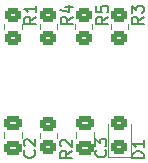
<source format=gto>
%TF.GenerationSoftware,KiCad,Pcbnew,8.0.1-8.0.1-1~ubuntu22.04.1*%
%TF.CreationDate,2024-03-30T14:54:35-04:00*%
%TF.ProjectId,terminaison_can,7465726d-696e-4616-9973-6f6e5f63616e,rev?*%
%TF.SameCoordinates,Original*%
%TF.FileFunction,Legend,Top*%
%TF.FilePolarity,Positive*%
%FSLAX46Y46*%
G04 Gerber Fmt 4.6, Leading zero omitted, Abs format (unit mm)*
G04 Created by KiCad (PCBNEW 8.0.1-8.0.1-1~ubuntu22.04.1) date 2024-03-30 14:54:35*
%MOMM*%
%LPD*%
G01*
G04 APERTURE LIST*
G04 Aperture macros list*
%AMRoundRect*
0 Rectangle with rounded corners*
0 $1 Rounding radius*
0 $2 $3 $4 $5 $6 $7 $8 $9 X,Y pos of 4 corners*
0 Add a 4 corners polygon primitive as box body*
4,1,4,$2,$3,$4,$5,$6,$7,$8,$9,$2,$3,0*
0 Add four circle primitives for the rounded corners*
1,1,$1+$1,$2,$3*
1,1,$1+$1,$4,$5*
1,1,$1+$1,$6,$7*
1,1,$1+$1,$8,$9*
0 Add four rect primitives between the rounded corners*
20,1,$1+$1,$2,$3,$4,$5,0*
20,1,$1+$1,$4,$5,$6,$7,0*
20,1,$1+$1,$6,$7,$8,$9,0*
20,1,$1+$1,$8,$9,$2,$3,0*%
G04 Aperture macros list end*
%ADD10C,0.150000*%
%ADD11C,0.120000*%
%ADD12RoundRect,0.250000X-0.475000X0.337500X-0.475000X-0.337500X0.475000X-0.337500X0.475000X0.337500X0*%
%ADD13RoundRect,0.250000X-0.450000X0.350000X-0.450000X-0.350000X0.450000X-0.350000X0.450000X0.350000X0*%
%ADD14RoundRect,0.250000X0.450000X-0.350000X0.450000X0.350000X-0.450000X0.350000X-0.450000X-0.350000X0*%
%ADD15RoundRect,0.250000X0.450000X-0.325000X0.450000X0.325000X-0.450000X0.325000X-0.450000X-0.325000X0*%
%ADD16C,2.300000*%
%ADD17C,0.900000*%
%ADD18C,1.500000*%
G04 APERTURE END LIST*
D10*
X21737580Y-33316666D02*
X21785200Y-33364285D01*
X21785200Y-33364285D02*
X21832819Y-33507142D01*
X21832819Y-33507142D02*
X21832819Y-33602380D01*
X21832819Y-33602380D02*
X21785200Y-33745237D01*
X21785200Y-33745237D02*
X21689961Y-33840475D01*
X21689961Y-33840475D02*
X21594723Y-33888094D01*
X21594723Y-33888094D02*
X21404247Y-33935713D01*
X21404247Y-33935713D02*
X21261390Y-33935713D01*
X21261390Y-33935713D02*
X21070914Y-33888094D01*
X21070914Y-33888094D02*
X20975676Y-33840475D01*
X20975676Y-33840475D02*
X20880438Y-33745237D01*
X20880438Y-33745237D02*
X20832819Y-33602380D01*
X20832819Y-33602380D02*
X20832819Y-33507142D01*
X20832819Y-33507142D02*
X20880438Y-33364285D01*
X20880438Y-33364285D02*
X20928057Y-33316666D01*
X20928057Y-32935713D02*
X20880438Y-32888094D01*
X20880438Y-32888094D02*
X20832819Y-32792856D01*
X20832819Y-32792856D02*
X20832819Y-32554761D01*
X20832819Y-32554761D02*
X20880438Y-32459523D01*
X20880438Y-32459523D02*
X20928057Y-32411904D01*
X20928057Y-32411904D02*
X21023295Y-32364285D01*
X21023295Y-32364285D02*
X21118533Y-32364285D01*
X21118533Y-32364285D02*
X21261390Y-32411904D01*
X21261390Y-32411904D02*
X21832819Y-32983332D01*
X21832819Y-32983332D02*
X21832819Y-32364285D01*
X21882819Y-22016666D02*
X21406628Y-22349999D01*
X21882819Y-22588094D02*
X20882819Y-22588094D01*
X20882819Y-22588094D02*
X20882819Y-22207142D01*
X20882819Y-22207142D02*
X20930438Y-22111904D01*
X20930438Y-22111904D02*
X20978057Y-22064285D01*
X20978057Y-22064285D02*
X21073295Y-22016666D01*
X21073295Y-22016666D02*
X21216152Y-22016666D01*
X21216152Y-22016666D02*
X21311390Y-22064285D01*
X21311390Y-22064285D02*
X21359009Y-22111904D01*
X21359009Y-22111904D02*
X21406628Y-22207142D01*
X21406628Y-22207142D02*
X21406628Y-22588094D01*
X21882819Y-21064285D02*
X21882819Y-21635713D01*
X21882819Y-21349999D02*
X20882819Y-21349999D01*
X20882819Y-21349999D02*
X21025676Y-21445237D01*
X21025676Y-21445237D02*
X21120914Y-21540475D01*
X21120914Y-21540475D02*
X21168533Y-21635713D01*
X24932819Y-33366666D02*
X24456628Y-33699999D01*
X24932819Y-33938094D02*
X23932819Y-33938094D01*
X23932819Y-33938094D02*
X23932819Y-33557142D01*
X23932819Y-33557142D02*
X23980438Y-33461904D01*
X23980438Y-33461904D02*
X24028057Y-33414285D01*
X24028057Y-33414285D02*
X24123295Y-33366666D01*
X24123295Y-33366666D02*
X24266152Y-33366666D01*
X24266152Y-33366666D02*
X24361390Y-33414285D01*
X24361390Y-33414285D02*
X24409009Y-33461904D01*
X24409009Y-33461904D02*
X24456628Y-33557142D01*
X24456628Y-33557142D02*
X24456628Y-33938094D01*
X24028057Y-32985713D02*
X23980438Y-32938094D01*
X23980438Y-32938094D02*
X23932819Y-32842856D01*
X23932819Y-32842856D02*
X23932819Y-32604761D01*
X23932819Y-32604761D02*
X23980438Y-32509523D01*
X23980438Y-32509523D02*
X24028057Y-32461904D01*
X24028057Y-32461904D02*
X24123295Y-32414285D01*
X24123295Y-32414285D02*
X24218533Y-32414285D01*
X24218533Y-32414285D02*
X24361390Y-32461904D01*
X24361390Y-32461904D02*
X24932819Y-33033332D01*
X24932819Y-33033332D02*
X24932819Y-32414285D01*
X31032819Y-33988094D02*
X30032819Y-33988094D01*
X30032819Y-33988094D02*
X30032819Y-33749999D01*
X30032819Y-33749999D02*
X30080438Y-33607142D01*
X30080438Y-33607142D02*
X30175676Y-33511904D01*
X30175676Y-33511904D02*
X30270914Y-33464285D01*
X30270914Y-33464285D02*
X30461390Y-33416666D01*
X30461390Y-33416666D02*
X30604247Y-33416666D01*
X30604247Y-33416666D02*
X30794723Y-33464285D01*
X30794723Y-33464285D02*
X30889961Y-33511904D01*
X30889961Y-33511904D02*
X30985200Y-33607142D01*
X30985200Y-33607142D02*
X31032819Y-33749999D01*
X31032819Y-33749999D02*
X31032819Y-33988094D01*
X31032819Y-32464285D02*
X31032819Y-33035713D01*
X31032819Y-32749999D02*
X30032819Y-32749999D01*
X30032819Y-32749999D02*
X30175676Y-32845237D01*
X30175676Y-32845237D02*
X30270914Y-32940475D01*
X30270914Y-32940475D02*
X30318533Y-33035713D01*
X27982819Y-22016666D02*
X27506628Y-22349999D01*
X27982819Y-22588094D02*
X26982819Y-22588094D01*
X26982819Y-22588094D02*
X26982819Y-22207142D01*
X26982819Y-22207142D02*
X27030438Y-22111904D01*
X27030438Y-22111904D02*
X27078057Y-22064285D01*
X27078057Y-22064285D02*
X27173295Y-22016666D01*
X27173295Y-22016666D02*
X27316152Y-22016666D01*
X27316152Y-22016666D02*
X27411390Y-22064285D01*
X27411390Y-22064285D02*
X27459009Y-22111904D01*
X27459009Y-22111904D02*
X27506628Y-22207142D01*
X27506628Y-22207142D02*
X27506628Y-22588094D01*
X26982819Y-21111904D02*
X26982819Y-21588094D01*
X26982819Y-21588094D02*
X27459009Y-21635713D01*
X27459009Y-21635713D02*
X27411390Y-21588094D01*
X27411390Y-21588094D02*
X27363771Y-21492856D01*
X27363771Y-21492856D02*
X27363771Y-21254761D01*
X27363771Y-21254761D02*
X27411390Y-21159523D01*
X27411390Y-21159523D02*
X27459009Y-21111904D01*
X27459009Y-21111904D02*
X27554247Y-21064285D01*
X27554247Y-21064285D02*
X27792342Y-21064285D01*
X27792342Y-21064285D02*
X27887580Y-21111904D01*
X27887580Y-21111904D02*
X27935200Y-21159523D01*
X27935200Y-21159523D02*
X27982819Y-21254761D01*
X27982819Y-21254761D02*
X27982819Y-21492856D01*
X27982819Y-21492856D02*
X27935200Y-21588094D01*
X27935200Y-21588094D02*
X27887580Y-21635713D01*
X24982819Y-22016666D02*
X24506628Y-22349999D01*
X24982819Y-22588094D02*
X23982819Y-22588094D01*
X23982819Y-22588094D02*
X23982819Y-22207142D01*
X23982819Y-22207142D02*
X24030438Y-22111904D01*
X24030438Y-22111904D02*
X24078057Y-22064285D01*
X24078057Y-22064285D02*
X24173295Y-22016666D01*
X24173295Y-22016666D02*
X24316152Y-22016666D01*
X24316152Y-22016666D02*
X24411390Y-22064285D01*
X24411390Y-22064285D02*
X24459009Y-22111904D01*
X24459009Y-22111904D02*
X24506628Y-22207142D01*
X24506628Y-22207142D02*
X24506628Y-22588094D01*
X24316152Y-21159523D02*
X24982819Y-21159523D01*
X23935200Y-21397618D02*
X24649485Y-21635713D01*
X24649485Y-21635713D02*
X24649485Y-21016666D01*
X27730842Y-33306666D02*
X27773700Y-33354285D01*
X27773700Y-33354285D02*
X27816557Y-33497142D01*
X27816557Y-33497142D02*
X27816557Y-33592380D01*
X27816557Y-33592380D02*
X27773700Y-33735237D01*
X27773700Y-33735237D02*
X27687985Y-33830475D01*
X27687985Y-33830475D02*
X27602271Y-33878094D01*
X27602271Y-33878094D02*
X27430842Y-33925713D01*
X27430842Y-33925713D02*
X27302271Y-33925713D01*
X27302271Y-33925713D02*
X27130842Y-33878094D01*
X27130842Y-33878094D02*
X27045128Y-33830475D01*
X27045128Y-33830475D02*
X26959414Y-33735237D01*
X26959414Y-33735237D02*
X26916557Y-33592380D01*
X26916557Y-33592380D02*
X26916557Y-33497142D01*
X26916557Y-33497142D02*
X26959414Y-33354285D01*
X26959414Y-33354285D02*
X27002271Y-33306666D01*
X26916557Y-32973332D02*
X26916557Y-32354285D01*
X26916557Y-32354285D02*
X27259414Y-32687618D01*
X27259414Y-32687618D02*
X27259414Y-32544761D01*
X27259414Y-32544761D02*
X27302271Y-32449523D01*
X27302271Y-32449523D02*
X27345128Y-32401904D01*
X27345128Y-32401904D02*
X27430842Y-32354285D01*
X27430842Y-32354285D02*
X27645128Y-32354285D01*
X27645128Y-32354285D02*
X27730842Y-32401904D01*
X27730842Y-32401904D02*
X27773700Y-32449523D01*
X27773700Y-32449523D02*
X27816557Y-32544761D01*
X27816557Y-32544761D02*
X27816557Y-32830475D01*
X27816557Y-32830475D02*
X27773700Y-32925713D01*
X27773700Y-32925713D02*
X27730842Y-32973332D01*
X30982819Y-22016666D02*
X30506628Y-22349999D01*
X30982819Y-22588094D02*
X29982819Y-22588094D01*
X29982819Y-22588094D02*
X29982819Y-22207142D01*
X29982819Y-22207142D02*
X30030438Y-22111904D01*
X30030438Y-22111904D02*
X30078057Y-22064285D01*
X30078057Y-22064285D02*
X30173295Y-22016666D01*
X30173295Y-22016666D02*
X30316152Y-22016666D01*
X30316152Y-22016666D02*
X30411390Y-22064285D01*
X30411390Y-22064285D02*
X30459009Y-22111904D01*
X30459009Y-22111904D02*
X30506628Y-22207142D01*
X30506628Y-22207142D02*
X30506628Y-22588094D01*
X29982819Y-21683332D02*
X29982819Y-21064285D01*
X29982819Y-21064285D02*
X30363771Y-21397618D01*
X30363771Y-21397618D02*
X30363771Y-21254761D01*
X30363771Y-21254761D02*
X30411390Y-21159523D01*
X30411390Y-21159523D02*
X30459009Y-21111904D01*
X30459009Y-21111904D02*
X30554247Y-21064285D01*
X30554247Y-21064285D02*
X30792342Y-21064285D01*
X30792342Y-21064285D02*
X30887580Y-21111904D01*
X30887580Y-21111904D02*
X30935200Y-21159523D01*
X30935200Y-21159523D02*
X30982819Y-21254761D01*
X30982819Y-21254761D02*
X30982819Y-21540475D01*
X30982819Y-21540475D02*
X30935200Y-21635713D01*
X30935200Y-21635713D02*
X30887580Y-21683332D01*
D11*
%TO.C,C2*%
X19193000Y-31788748D02*
X19193000Y-32311252D01*
X20663000Y-31788748D02*
X20663000Y-32311252D01*
%TO.C,R1*%
X19193000Y-22622936D02*
X19193000Y-23077064D01*
X20663000Y-22622936D02*
X20663000Y-23077064D01*
%TO.C,R2*%
X22193000Y-32277064D02*
X22193000Y-31822936D01*
X23663000Y-32277064D02*
X23663000Y-31822936D01*
%TO.C,D1*%
X27968000Y-31050000D02*
X27968000Y-33910000D01*
X27968000Y-33910000D02*
X29888000Y-33910000D01*
X29888000Y-33910000D02*
X29888000Y-31050000D01*
%TO.C,R5*%
X28193000Y-23077064D02*
X28193000Y-22622936D01*
X29663000Y-23077064D02*
X29663000Y-22622936D01*
%TO.C,R4*%
X22193000Y-22622936D02*
X22193000Y-23077064D01*
X23663000Y-22622936D02*
X23663000Y-23077064D01*
%TO.C,C3*%
X25293000Y-31788748D02*
X25293000Y-32311252D01*
X26763000Y-31788748D02*
X26763000Y-32311252D01*
%TO.C,R3*%
X25193000Y-22622936D02*
X25193000Y-23077064D01*
X26663000Y-22622936D02*
X26663000Y-23077064D01*
%TD*%
%LPC*%
D12*
%TO.C,C2*%
X19928000Y-31012500D03*
X19928000Y-33087500D03*
%TD*%
D13*
%TO.C,R1*%
X19928000Y-21850000D03*
X19928000Y-23850000D03*
%TD*%
D14*
%TO.C,R2*%
X22928000Y-33050000D03*
X22928000Y-31050000D03*
%TD*%
D15*
%TO.C,D1*%
X28928000Y-33075000D03*
X28928000Y-31025000D03*
%TD*%
D14*
%TO.C,R5*%
X28928000Y-23850000D03*
X28928000Y-21850000D03*
%TD*%
D13*
%TO.C,R4*%
X22928000Y-21850000D03*
X22928000Y-23850000D03*
%TD*%
D12*
%TO.C,C3*%
X26028000Y-31012500D03*
X26028000Y-33087500D03*
%TD*%
D13*
%TO.C,R3*%
X25928000Y-21850000D03*
X25928000Y-23850000D03*
%TD*%
D16*
%TO.C,CON1*%
X29162000Y-26350000D03*
D17*
X25796000Y-28880000D03*
X24780000Y-26350000D03*
X23764000Y-28880000D03*
X22748000Y-26350000D03*
D16*
X19382000Y-28255000D03*
D18*
X20716000Y-26350000D03*
X21732000Y-28880000D03*
X26812000Y-26350000D03*
X27828000Y-28880000D03*
%TD*%
%LPD*%
M02*

</source>
